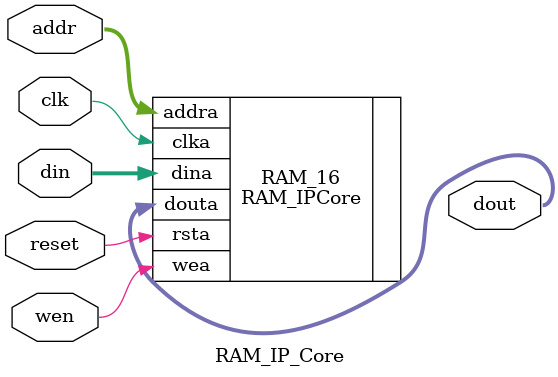
<source format=v>
`timescale 1ns / 1ps
module RAM_IP_Core( clk , reset , wen , addr  ,din , dout   );
	input clk , reset , wen  ;
	input [3:0] addr ;
	input	[7:0] din ;
	output [7:0] dout ;
	RAM_IPCore RAM_16 (
  .clka(clk), // input clka
  .rsta(reset), // input rsta
  .wea(wen), // input [0 : 0] wea
  .addra(addr), // input [3 : 0] addra
  .dina(din), // input [7 : 0] dina
  .douta(dout) // output [7 : 0] douta
);

endmodule

</source>
